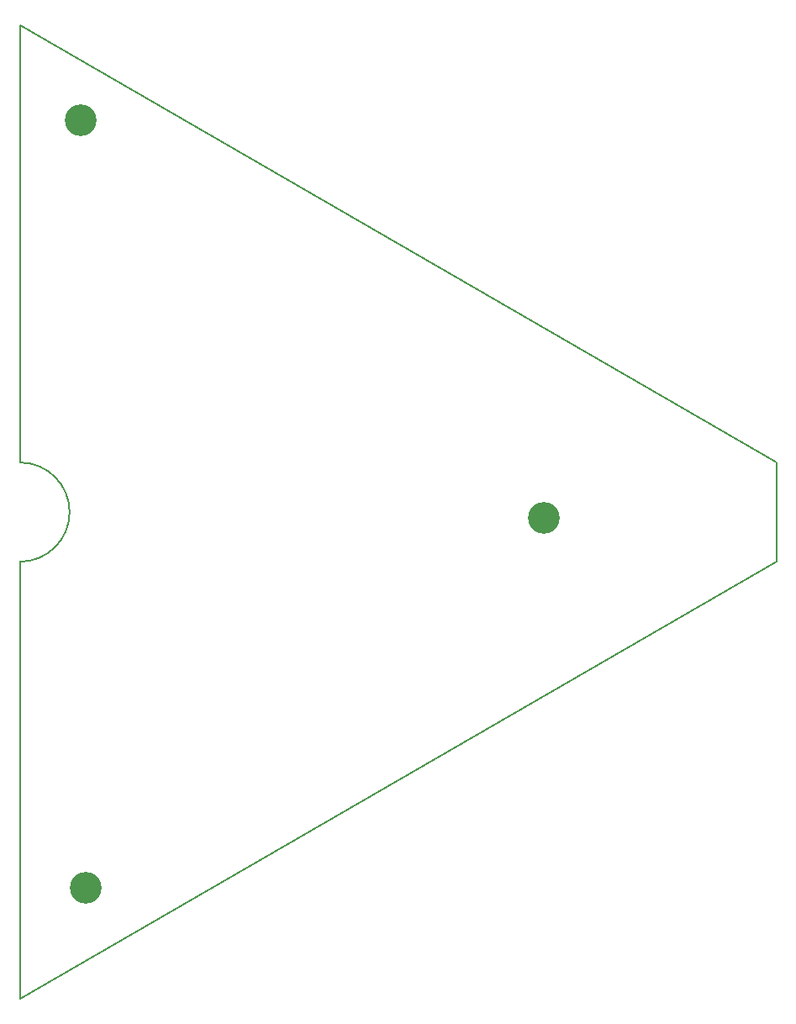
<source format=gbr>
G04 #@! TF.GenerationSoftware,KiCad,Pcbnew,7.0.11+1*
G04 #@! TF.ProjectId,makerspace_sign,6d616b65-7273-4706-9163-655f7369676e,rev?*
G04 #@! TF.SameCoordinates,Original*
G04 #@! TF.FileFunction,Soldermask,Bot*
G04 #@! TF.FilePolarity,Negative*
%FSLAX46Y46*%
G04 Gerber Fmt 4.6, Leading zero omitted, Abs format (unit mm)*
%MOMM*%
%LPD*%
G01*
G04 APERTURE LIST*
G04 #@! TA.AperFunction,Profile*
%ADD10C,0.200000*%
G04 #@! TD*
%ADD11C,3.200000*%
G04 APERTURE END LIST*
D10*
X61975000Y-144375000D02*
X138185236Y-100375000D01*
X61975000Y-100375000D02*
G75*
G03*
X61975000Y-90375000I0J5000000D01*
G01*
X138185236Y-90375000D02*
X61975000Y-46375000D01*
X138185236Y-100375000D02*
X138185236Y-90375000D01*
X61975000Y-46375000D02*
X61975000Y-90375000D01*
X61975000Y-100375000D02*
X61975000Y-144375000D01*
D11*
X114775000Y-96000000D03*
X68075000Y-55950000D03*
X68575000Y-133250000D03*
M02*

</source>
